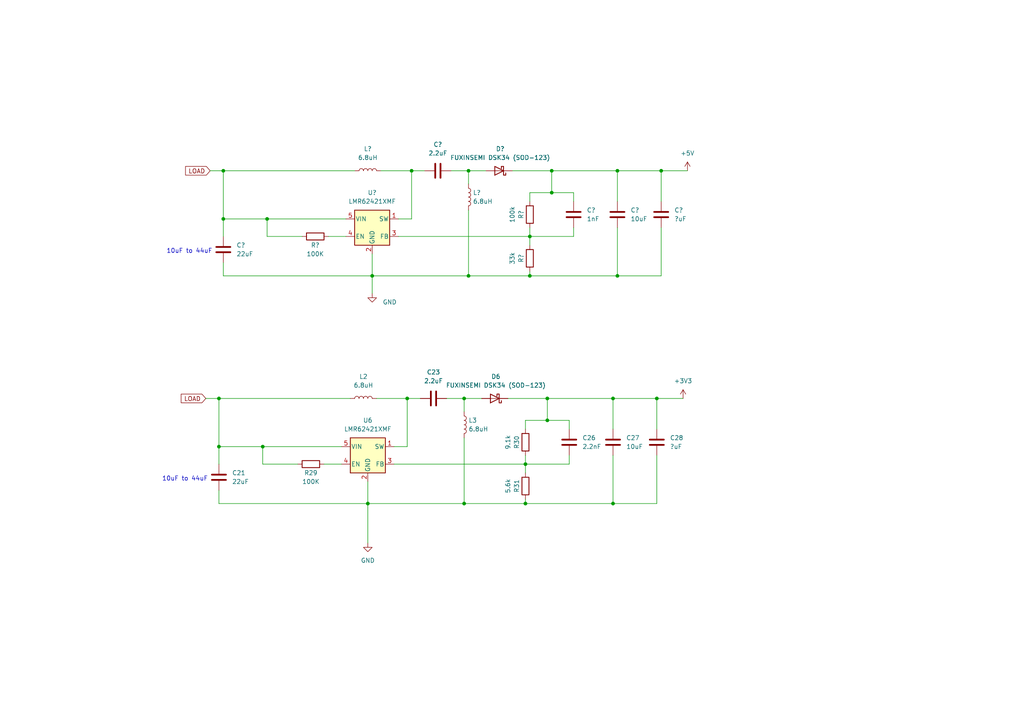
<source format=kicad_sch>
(kicad_sch (version 20211123) (generator eeschema)
  (paper "A4")
  (lib_symbols
    (symbol "Device:C" (pin_numbers hide) (pin_names (offset 0.254))
      (property "Reference" "C" (at 0.635 2.54 0))
      (property "Value" "C" (at 0.635 -2.54 0))
      (symbol "C_0_1"
        (polyline (pts (xy -2.032 -0.762) (xy 2.032 -0.762)) (stroke (width 0.508)))
        (polyline (pts (xy -2.032 0.762) (xy 2.032 0.762)) (stroke (width 0.508)))
      )
      (symbol "C_1_1"
        (pin passive line (at 0 3.81 270) (length 2.794) (name "~") (number "1"))
        (pin passive line (at 0 -3.81 90) (length 2.794) (name "~") (number "2"))
      )
    )
    (symbol "Device:L" (pin_numbers hide) (pin_names (offset 1.016) hide)
      (property "Reference" "L" (at -1.27 0 90))
      (property "Value" "L" (at 1.905 0 90))
      (symbol "L_0_1"
        (arc (start 0 -2.54) (mid 0.635 -1.905) (end 0 -1.27))
        (arc (start 0 -1.27) (mid 0.635 -0.635) (end 0 0))
        (arc (start 0 0) (mid 0.635 0.635) (end 0 1.27))
        (arc (start 0 1.27) (mid 0.635 1.905) (end 0 2.54))
      )
      (symbol "L_1_1"
        (pin passive line (at 0 3.81 270) (length 1.27) (name "1") (number "1"))
        (pin passive line (at 0 -3.81 90) (length 1.27) (name "2") (number "2"))
      )
    )
    (symbol "Device:R" (pin_numbers hide) (pin_names (offset 0))
      (property "Reference" "R" (at 2.032 0 90))
      (property "Value" "R" (at 0 0 90))
      (symbol "R_0_1"
        (rectangle (start -1.016 -2.54) (end 1.016 2.54) (stroke (width 0.254)))
      )
      (symbol "R_1_1"
        (pin passive line (at 0 3.81 270) (length 1.27) (name "~") (number "1"))
        (pin passive line (at 0 -3.81 90) (length 1.27) (name "~") (number "2"))
      )
    )
    (symbol "Diode:BAT42W-V" (pin_numbers hide) (pin_names (offset 1.016) hide)
      (property "Reference" "D" (at 0 2.54 0))
      (property "Value" "BAT42W-V" (at 0 -2.54 0))
      (symbol "BAT42W-V_0_1"
        (polyline (pts (xy 1.27 0) (xy -1.27 0)))
        (polyline (pts (xy 1.27 1.27) (xy 1.27 -1.27) (xy -1.27 0) (xy 1.27 1.27)) (stroke (width 0.254)))
        (polyline (pts (xy -1.905 0.635) (xy -1.905 1.27) (xy -1.27 1.27) (xy -1.27 -1.27) (xy -0.635 -1.27) (xy -0.635 -0.635)) (stroke (width 0.254)))
      )
      (symbol "BAT42W-V_1_1"
        (pin passive line (at -3.81 0 0) (length 2.54) (name "K") (number "1"))
        (pin passive line (at 3.81 0 180) (length 2.54) (name "A") (number "2"))
      )
    )
    (symbol "Regulator_Switching:LMR62421XMF" (pin_names (offset 0.254))
      (property "Reference" "U" (at -5.08 6.35 0))
      (property "Value" "LMR62421XMF" (at 0 6.35 0))
      (symbol "LMR62421XMF_0_1"
        (rectangle (start -5.08 5.08) (end 5.08 -5.08) (stroke (width 0.254)) (fill (type background)))
      )
      (symbol "LMR62421XMF_1_1"
        (pin output line (at 7.62 2.54 180) (length 2.54) (name "SW") (number "1"))
        (pin power_in line (at 0 -7.62 90) (length 2.54) (name "GND") (number "2"))
        (pin input line (at 7.62 -2.54 180) (length 2.54) (name "FB") (number "3"))
        (pin input line (at -7.62 -2.54 0) (length 2.54) (name "EN") (number "4"))
        (pin input line (at -7.62 2.54 0) (length 2.54) (name "VIN") (number "5"))
      )
    )
    (symbol "power:+3.3V" (power) (pin_names (offset 0))
      (property "Value" "+3.3V" (at 0 3.556 0))
      (symbol "+3.3V_0_1"
        (polyline (pts (xy -0.762 1.27) (xy 0 2.54)))
        (polyline (pts (xy 0 0) (xy 0 2.54)))
        (polyline (pts (xy 0 2.54) (xy 0.762 1.27)))
      )
      (symbol "+3.3V_1_1"
        (pin power_in line (at 0 0 90) (length 0) hide (name "+3V3") (number "1"))
      )
    )
    (symbol "power:+5V" (power) (pin_names (offset 0))
      (property "Value" "+5V" (at 0 3.556 0))
      (symbol "+5V_0_1"
        (polyline (pts (xy -0.762 1.27) (xy 0 2.54)))
        (polyline (pts (xy 0 0) (xy 0 2.54)))
        (polyline (pts (xy 0 2.54) (xy 0.762 1.27)))
      )
      (symbol "+5V_1_1"
        (pin power_in line (at 0 0 90) (length 0) hide (name "+5V") (number "1"))
      )
    )
    (symbol "power:GND" (power) (pin_names (offset 0))
      (property "Value" "GND" (at 0 -3.81 0))
      (symbol "GND_0_1"
        (polyline (pts (xy 0 0) (xy 0 -1.27) (xy 1.27 -1.27) (xy 0 -2.54) (xy -1.27 -1.27) (xy 0 -1.27)))
      )
      (symbol "GND_1_1"
        (pin power_in line (at 0 0 270) (length 0) hide (name "GND") (number "1"))
      )
    )
  )
  (junction (at 135.89 49.53))
  (junction (at 158.75 121.92))
  (junction (at 153.67 68.58))
  (junction (at 107.95 80.01))
  (junction (at 160.02 55.88))
  (junction (at 191.77 49.53))
  (junction (at 177.8 115.57))
  (junction (at 179.07 49.53))
  (junction (at 135.89 80.01))
  (junction (at 63.5 115.57))
  (junction (at 160.02 49.53))
  (junction (at 64.77 49.53))
  (junction (at 158.75 115.57))
  (junction (at 190.5 115.57))
  (junction (at 152.4 146.05))
  (junction (at 134.62 115.57))
  (junction (at 119.38 49.53))
  (junction (at 153.67 80.01))
  (junction (at 179.07 80.01))
  (junction (at 106.68 146.05))
  (junction (at 76.2 129.54))
  (junction (at 152.4 134.62))
  (junction (at 118.11 115.57))
  (junction (at 63.5 129.54))
  (junction (at 77.47 63.5))
  (junction (at 64.77 63.5))
  (junction (at 177.8 146.05))
  (junction (at 134.62 146.05))
  (wire (pts (xy 179.07 80.01) (xy 153.67 80.01)))
  (wire (pts (xy 179.07 49.53) (xy 160.02 49.53)))
  (wire (pts (xy 152.4 146.05) (xy 134.62 146.05)))
  (wire (pts (xy 134.62 115.57) (xy 134.62 119.38)))
  (wire (pts (xy 148.59 49.53) (xy 160.02 49.53)))
  (wire (pts (xy 153.67 78.74) (xy 153.67 80.01)))
  (wire (pts (xy 107.95 73.66) (xy 107.95 80.01)))
  (wire (pts (xy 115.57 63.5) (xy 119.38 63.5)))
  (wire (pts (xy 152.4 134.62) (xy 165.1 134.62)))
  (wire (pts (xy 177.8 146.05) (xy 152.4 146.05)))
  (wire (pts (xy 130.81 49.53) (xy 135.89 49.53)))
  (wire (pts (xy 152.4 132.08) (xy 152.4 134.62)))
  (wire (pts (xy 77.47 63.5) (xy 100.33 63.5)))
  (wire (pts (xy 190.5 115.57) (xy 198.12 115.57)))
  (wire (pts (xy 77.47 68.58) (xy 87.63 68.58)))
  (wire (pts (xy 63.5 142.24) (xy 63.5 146.05)))
  (wire (pts (xy 190.5 115.57) (xy 177.8 115.57)))
  (wire (pts (xy 93.98 134.62) (xy 99.06 134.62)))
  (wire (pts (xy 153.67 68.58) (xy 166.37 68.58)))
  (wire (pts (xy 64.77 63.5) (xy 77.47 63.5)))
  (wire (pts (xy 191.77 49.53) (xy 179.07 49.53)))
  (wire (pts (xy 60.96 49.53) (xy 64.77 49.53)))
  (wire (pts (xy 135.89 60.96) (xy 135.89 80.01)))
  (wire (pts (xy 152.4 144.78) (xy 152.4 146.05)))
  (wire (pts (xy 152.4 121.92) (xy 152.4 124.46)))
  (wire (pts (xy 165.1 121.92) (xy 158.75 121.92)))
  (wire (pts (xy 135.89 49.53) (xy 140.97 49.53)))
  (wire (pts (xy 63.5 146.05) (xy 106.68 146.05)))
  (wire (pts (xy 165.1 134.62) (xy 165.1 132.08)))
  (wire (pts (xy 134.62 146.05) (xy 106.68 146.05)))
  (wire (pts (xy 179.07 58.42) (xy 179.07 49.53)))
  (wire (pts (xy 134.62 127) (xy 134.62 146.05)))
  (wire (pts (xy 177.8 124.46) (xy 177.8 115.57)))
  (wire (pts (xy 114.3 134.62) (xy 152.4 134.62)))
  (wire (pts (xy 106.68 146.05) (xy 106.68 157.48)))
  (wire (pts (xy 77.47 63.5) (xy 77.47 68.58)))
  (wire (pts (xy 153.67 68.58) (xy 153.67 71.12)))
  (wire (pts (xy 64.77 76.2) (xy 64.77 80.01)))
  (wire (pts (xy 158.75 115.57) (xy 158.75 121.92)))
  (wire (pts (xy 135.89 49.53) (xy 135.89 53.34)))
  (wire (pts (xy 129.54 115.57) (xy 134.62 115.57)))
  (wire (pts (xy 63.5 115.57) (xy 63.5 129.54)))
  (wire (pts (xy 64.77 49.53) (xy 102.87 49.53)))
  (wire (pts (xy 191.77 80.01) (xy 179.07 80.01)))
  (wire (pts (xy 63.5 129.54) (xy 76.2 129.54)))
  (wire (pts (xy 115.57 68.58) (xy 153.67 68.58)))
  (wire (pts (xy 118.11 129.54) (xy 118.11 115.57)))
  (wire (pts (xy 160.02 55.88) (xy 153.67 55.88)))
  (wire (pts (xy 147.32 115.57) (xy 158.75 115.57)))
  (wire (pts (xy 190.5 146.05) (xy 177.8 146.05)))
  (wire (pts (xy 177.8 115.57) (xy 158.75 115.57)))
  (wire (pts (xy 119.38 49.53) (xy 110.49 49.53)))
  (wire (pts (xy 76.2 129.54) (xy 99.06 129.54)))
  (wire (pts (xy 95.25 68.58) (xy 100.33 68.58)))
  (wire (pts (xy 63.5 129.54) (xy 63.5 134.62)))
  (wire (pts (xy 191.77 66.04) (xy 191.77 80.01)))
  (wire (pts (xy 76.2 134.62) (xy 86.36 134.62)))
  (wire (pts (xy 64.77 49.53) (xy 64.77 63.5)))
  (wire (pts (xy 165.1 124.46) (xy 165.1 121.92)))
  (wire (pts (xy 119.38 63.5) (xy 119.38 49.53)))
  (wire (pts (xy 160.02 49.53) (xy 160.02 55.88)))
  (wire (pts (xy 63.5 115.57) (xy 101.6 115.57)))
  (wire (pts (xy 118.11 115.57) (xy 109.22 115.57)))
  (wire (pts (xy 191.77 58.42) (xy 191.77 49.53)))
  (wire (pts (xy 106.68 139.7) (xy 106.68 146.05)))
  (wire (pts (xy 177.8 132.08) (xy 177.8 146.05)))
  (wire (pts (xy 64.77 80.01) (xy 107.95 80.01)))
  (wire (pts (xy 153.67 66.04) (xy 153.67 68.58)))
  (wire (pts (xy 134.62 115.57) (xy 139.7 115.57)))
  (wire (pts (xy 64.77 63.5) (xy 64.77 68.58)))
  (wire (pts (xy 59.69 115.57) (xy 63.5 115.57)))
  (wire (pts (xy 107.95 80.01) (xy 107.95 85.09)))
  (wire (pts (xy 114.3 129.54) (xy 118.11 129.54)))
  (wire (pts (xy 76.2 129.54) (xy 76.2 134.62)))
  (wire (pts (xy 119.38 49.53) (xy 123.19 49.53)))
  (wire (pts (xy 191.77 49.53) (xy 199.39 49.53)))
  (wire (pts (xy 153.67 55.88) (xy 153.67 58.42)))
  (wire (pts (xy 152.4 134.62) (xy 152.4 137.16)))
  (wire (pts (xy 190.5 132.08) (xy 190.5 146.05)))
  (wire (pts (xy 166.37 68.58) (xy 166.37 66.04)))
  (wire (pts (xy 158.75 121.92) (xy 152.4 121.92)))
  (wire (pts (xy 118.11 115.57) (xy 121.92 115.57)))
  (wire (pts (xy 135.89 80.01) (xy 107.95 80.01)))
  (wire (pts (xy 190.5 124.46) (xy 190.5 115.57)))
  (wire (pts (xy 179.07 66.04) (xy 179.07 80.01)))
  (wire (pts (xy 153.67 80.01) (xy 135.89 80.01)))
  (wire (pts (xy 166.37 55.88) (xy 160.02 55.88)))
  (wire (pts (xy 166.37 58.42) (xy 166.37 55.88)))
  (text "10uF to 44uF" (at 48.26 73.66 0) (effects (font (size 1.27 1.27)) (justify left bottom)))
  (text "10uF to 44uF" (at 46.99 139.7 0) (effects (font (size 1.27 1.27)) (justify left bottom)))
  (global_label "LOAD" (shape input) (at 59.69 115.57 180) (property "Intersheet References" "${INTERSHEET_REFS}" (effects hide)))
  (global_label "LOAD" (shape input) (at 60.96 49.53 180) (property "Intersheet References" "${INTERSHEET_REFS}" (effects hide)))
  (symbol (lib_id "Device:C") (at 165.1 128.27 0) (unit 1)
    (property "Reference" "C26" (at 168.91 126.9999 0) (effects (justify left)))
    (property "Value" "2.2nF" (at 168.91 129.5399 0) (effects (justify left)))
    (property "Footprint" "Capacitor_SMD:C_0805_2012Metric_Pad1.18x1.45mm_HandSolder" (effects hide))
  )
  (symbol (lib_id "Device:R") (at 153.67 74.93 0) (unit 1)
    (property "Reference" "R?" (at 151.13 74.93 90))
    (property "Value" "33k" (at 148.59 74.93 90))
    (property "Footprint" "Resistor_SMD:R_0805_2012Metric_Pad1.20x1.40mm_HandSolder" (effects hide))
  )
  (symbol (lib_id "Device:C") (at 64.77 72.39 0) (unit 1)
    (property "Reference" "C?" (at 68.58 71.1199 0) (effects (justify left)))
    (property "Value" "22uF" (at 68.58 73.6599 0) (effects (justify left)))
    (property "Footprint" "Capacitor_SMD:C_0805_2012Metric_Pad1.18x1.45mm_HandSolder" (effects hide))
  )
  (symbol (lib_id "Device:R") (at 153.67 62.23 0) (unit 1)
    (property "Reference" "R?" (at 151.13 62.23 90))
    (property "Value" "100k" (at 148.59 62.23 90))
    (property "Footprint" "Resistor_SMD:R_0805_2012Metric_Pad1.20x1.40mm_HandSolder" (effects hide))
  )
  (symbol (lib_id "Device:C") (at 125.73 115.57 90) (unit 1)
    (property "Reference" "C23" (at 125.73 107.95 90))
    (property "Value" "2.2uF" (at 125.73 110.49 90))
    (property "Footprint" "Capacitor_SMD:C_0805_2012Metric_Pad1.18x1.45mm_HandSolder" (effects hide))
  )
  (symbol (lib_id "power:GND") (at 107.95 85.09 0) (unit 1)
    (property "Reference" "#PWR?" (effects hide))
    (property "Value" "GND" (at 113.03 87.63 0))
  )
  (symbol (lib_id "Device:R") (at 91.44 68.58 90) (unit 1)
    (property "Reference" "R?" (at 91.44 71.12 90))
    (property "Value" "100K" (at 91.44 73.66 90))
    (property "Footprint" "Resistor_SMD:R_0805_2012Metric_Pad1.20x1.40mm_HandSolder" (effects hide))
  )
  (symbol (lib_id "Regulator_Switching:LMR62421XMF") (at 106.68 132.08 0) (unit 1)
    (property "Reference" "U6" (at 106.68 121.92 0))
    (property "Value" "LMR62421XMF" (at 106.68 124.46 0))
    (property "Footprint" "Package_TO_SOT_SMD:SOT-23-5" (effects hide))
    (property "Datasheet" "http://www.ti.com/lit/ds/symlink/lmr62421.pdf" (effects hide))
  )
  (symbol (lib_id "Device:C") (at 127 49.53 90) (unit 1)
    (property "Reference" "C?" (at 127 41.91 90))
    (property "Value" "2.2uF" (at 127 44.45 90))
    (property "Footprint" "Capacitor_SMD:C_0805_2012Metric_Pad1.18x1.45mm_HandSolder" (effects hide))
  )
  (symbol (lib_id "power:+5V") (at 199.39 49.53 0) (unit 1)
    (property "Reference" "#PWR?" (effects hide))
    (property "Value" "+5V" (at 199.39 44.45 0))
  )
  (symbol (lib_id "Device:L") (at 135.89 57.15 0) (unit 1)
    (property "Reference" "L?" (at 137.16 55.8799 0) (effects (justify left)))
    (property "Value" "6.8uH" (at 137.16 58.4199 0) (effects (justify left)))
    (property "Footprint" "inductors:inductor_koherelec" (effects hide))
  )
  (symbol (lib_id "Device:R") (at 152.4 128.27 0) (unit 1)
    (property "Reference" "R30" (at 149.86 128.27 90))
    (property "Value" "9.1k" (at 147.32 128.27 90))
    (property "Footprint" "Resistor_SMD:R_0805_2012Metric_Pad1.20x1.40mm_HandSolder" (effects hide))
  )
  (symbol (lib_id "Device:C") (at 166.37 62.23 0) (unit 1)
    (property "Reference" "C?" (at 170.18 60.9599 0) (effects (justify left)))
    (property "Value" "1nF" (at 170.18 63.4999 0) (effects (justify left)))
    (property "Footprint" "Capacitor_SMD:C_0805_2012Metric_Pad1.18x1.45mm_HandSolder" (effects hide))
  )
  (symbol (lib_id "Device:L") (at 105.41 115.57 90) (unit 1)
    (property "Reference" "L2" (at 105.41 109.22 90))
    (property "Value" "6.8uH" (at 105.41 111.76 90))
    (property "Footprint" "inductors:inductor_koherelec" (effects hide))
  )
  (symbol (lib_id "Device:C") (at 63.5 138.43 0) (unit 1)
    (property "Reference" "C21" (at 67.31 137.1599 0) (effects (justify left)))
    (property "Value" "22uF" (at 67.31 139.6999 0) (effects (justify left)))
    (property "Footprint" "Capacitor_SMD:C_0805_2012Metric_Pad1.18x1.45mm_HandSolder" (effects hide))
  )
  (symbol (lib_id "power:+3.3V") (at 198.12 115.57 0) (unit 1)
    (property "Reference" "#PWR056" (effects hide))
    (property "Value" "+3.3V" (at 198.12 110.49 0))
  )
  (symbol (lib_id "Device:C") (at 190.5 128.27 0) (unit 1)
    (property "Reference" "C28" (at 194.31 126.9999 0) (effects (justify left)))
    (property "Value" "?uF" (at 194.31 129.5399 0) (effects (justify left)))
    (property "Footprint" "Capacitor_SMD:C_0805_2012Metric_Pad1.18x1.45mm_HandSolder" (effects hide))
  )
  (symbol (lib_id "Diode:BAT42W-V") (at 143.51 115.57 180) (unit 1)
    (property "Reference" "D6" (at 143.8275 109.22 0))
    (property "Value" "FUXINSEMI DSK34 (SOD-123)" (at 143.8275 111.76 0))
    (property "Footprint" "Diode_SMD:D_SOD-123" (effects hide))
    (property "Datasheet" "https://datasheet.lcsc.com/lcsc/2010271836_FUXINSEMI-DSK34_C908230.pdf" (effects hide))
  )
  (symbol (lib_id "Device:L") (at 106.68 49.53 90) (unit 1)
    (property "Reference" "L?" (at 106.68 43.18 90))
    (property "Value" "6.8uH" (at 106.68 45.72 90))
    (property "Footprint" "inductors:inductor_koherelec" (effects hide))
  )
  (symbol (lib_id "Device:C") (at 191.77 62.23 0) (unit 1)
    (property "Reference" "C?" (at 195.58 60.9599 0) (effects (justify left)))
    (property "Value" "?uF" (at 195.58 63.4999 0) (effects (justify left)))
    (property "Footprint" "Capacitor_SMD:C_0805_2012Metric_Pad1.18x1.45mm_HandSolder" (effects hide))
  )
  (symbol (lib_id "Device:R") (at 152.4 140.97 0) (unit 1)
    (property "Reference" "R31" (at 149.86 140.97 90))
    (property "Value" "5.6k" (at 147.32 140.97 90))
    (property "Footprint" "Resistor_SMD:R_0805_2012Metric_Pad1.20x1.40mm_HandSolder" (effects hide))
  )
  (symbol (lib_id "Device:C") (at 179.07 62.23 0) (unit 1)
    (property "Reference" "C?" (at 182.88 60.9599 0) (effects (justify left)))
    (property "Value" "10uF" (at 182.88 63.4999 0) (effects (justify left)))
    (property "Footprint" "Capacitor_SMD:C_0805_2012Metric_Pad1.18x1.45mm_HandSolder" (effects hide))
  )
  (symbol (lib_id "power:GND") (at 106.68 157.48 0) (unit 1)
    (property "Reference" "#PWR051" (effects hide))
    (property "Value" "GND" (at 106.68 162.56 0))
  )
  (symbol (lib_id "Diode:BAT42W-V") (at 144.78 49.53 180) (unit 1)
    (property "Reference" "D?" (at 145.0975 43.18 0))
    (property "Value" "FUXINSEMI DSK34 (SOD-123)" (at 145.0975 45.72 0))
    (property "Footprint" "Diode_SMD:D_SOD-123" (effects hide))
    (property "Datasheet" "https://datasheet.lcsc.com/lcsc/2010271836_FUXINSEMI-DSK34_C908230.pdf" (effects hide))
  )
  (symbol (lib_id "Device:C") (at 177.8 128.27 0) (unit 1)
    (property "Reference" "C27" (at 181.61 126.9999 0) (effects (justify left)))
    (property "Value" "10uF" (at 181.61 129.5399 0) (effects (justify left)))
    (property "Footprint" "Capacitor_SMD:C_0805_2012Metric_Pad1.18x1.45mm_HandSolder" (effects hide))
  )
  (symbol (lib_id "Device:R") (at 90.17 134.62 90) (unit 1)
    (property "Reference" "R29" (at 90.17 137.16 90))
    (property "Value" "100K" (at 90.17 139.7 90))
    (property "Footprint" "Resistor_SMD:R_0805_2012Metric_Pad1.20x1.40mm_HandSolder" (effects hide))
  )
  (symbol (lib_id "Regulator_Switching:LMR62421XMF") (at 107.95 66.04 0) (unit 1)
    (property "Reference" "U?" (at 107.95 55.88 0))
    (property "Value" "LMR62421XMF" (at 107.95 58.42 0))
    (property "Footprint" "Package_TO_SOT_SMD:SOT-23-5" (effects hide))
    (property "Datasheet" "http://www.ti.com/lit/ds/symlink/lmr62421.pdf" (effects hide))
  )
  (symbol (lib_id "Device:L") (at 134.62 123.19 0) (unit 1)
    (property "Reference" "L3" (at 135.89 121.9199 0) (effects (justify left)))
    (property "Value" "6.8uH" (at 135.89 124.4599 0) (effects (justify left)))
    (property "Footprint" "inductors:inductor_koherelec" (effects hide))
  )
)
</source>
